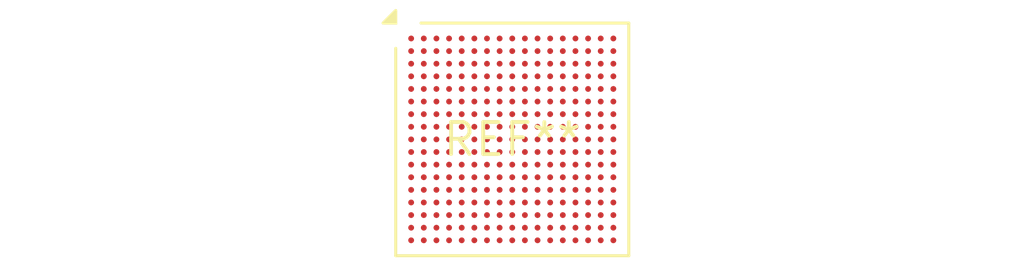
<source format=kicad_pcb>
(kicad_pcb (version 20240108) (generator pcbnew)
  (layers (0 "F.Cu" signal) (31 "B.Cu" signal) (34 "B.Paste" user) (35 "F.Paste" user) (36 "B.SilkS" user "B.Silkscreen") (37 "F.SilkS" user "F.Silkscreen") (38 "B.Mask" user) (39 "F.Mask" user) (44 "Edge.Cuts" user))
  (net 0 "")
  (footprint "TFBGA-289_9x9mm_Layout17x17_P0.5mm" (layer "F.Cu") (at 0 0)
    (property "Reference" "REF**")
    (property "Value" "TFBGA-289_9x9mm_Layout17x17_P0.5mm")
    (fp_line (start -4.61 4.61) (end -4.61 -3.61) (layer "F.SilkS") (stroke (width 0.12)))
    (fp_line (start -3.61 -4.61) (end 4.61 -4.61) (layer "F.SilkS") (stroke (width 0.12)))
    (fp_line (start 4.61 -4.61) (end 4.61 4.61) (layer "F.SilkS") (stroke (width 0.12)))
    (fp_line (start 4.61 4.61) (end -4.61 4.61) (layer "F.SilkS") (stroke (width 0.12)))
    (fp_poly (pts (xy -4.61 -4.61) (xy -5.11 -4.61) (xy -4.61 -5.11) (xy -4.61 -4.61)) (layer "F.SilkS") (stroke (width 0.12)) (fill solid))
    (pad "A1" smd circle (at -4 -4) (size 0.23 0.23) (property pad_prop_bga) (layers "F.Cu" "F.Paste" "F.Mask"))
    (pad "A2" smd circle (at -3.5 -4) (size 0.23 0.23) (property pad_prop_bga) (layers "F.Cu" "F.Paste" "F.Mask"))
    (pad "A3" smd circle (at -3 -4) (size 0.23 0.23) (property pad_prop_bga) (layers "F.Cu" "F.Paste" "F.Mask"))
    (pad "A4" smd circle (at -2.5 -4) (size 0.23 0.23) (property pad_prop_bga) (layers "F.Cu" "F.Paste" "F.Mask"))
    (pad "A5" smd circle (at -2 -4) (size 0.23 0.23) (property pad_prop_bga) (layers "F.Cu" "F.Paste" "F.Mask"))
    (pad "A6" smd circle (at -1.5 -4) (size 0.23 0.23) (property pad_prop_bga) (layers "F.Cu" "F.Paste" "F.Mask"))
    (pad "A7" smd circle (at -1 -4) (size 0.23 0.23) (property pad_prop_bga) (layers "F.Cu" "F.Paste" "F.Mask"))
    (pad "A8" smd circle (at -0.5 -4) (size 0.23 0.23) (property pad_prop_bga) (layers "F.Cu" "F.Paste" "F.Mask"))
    (pad "A9" smd circle (at 0 -4) (size 0.23 0.23) (property pad_prop_bga) (layers "F.Cu" "F.Paste" "F.Mask"))
    (pad "A10" smd circle (at 0.5 -4) (size 0.23 0.23) (property pad_prop_bga) (layers "F.Cu" "F.Paste" "F.Mask"))
    (pad "A11" smd circle (at 1 -4) (size 0.23 0.23) (property pad_prop_bga) (layers "F.Cu" "F.Paste" "F.Mask"))
    (pad "A12" smd circle (at 1.5 -4) (size 0.23 0.23) (property pad_prop_bga) (layers "F.Cu" "F.Paste" "F.Mask"))
    (pad "A13" smd circle (at 2 -4) (size 0.23 0.23) (property pad_prop_bga) (layers "F.Cu" "F.Paste" "F.Mask"))
    (pad "A14" smd circle (at 2.5 -4) (size 0.23 0.23) (property pad_prop_bga) (layers "F.Cu" "F.Paste" "F.Mask"))
    (pad "A15" smd circle (at 3 -4) (size 0.23 0.23) (property pad_prop_bga) (layers "F.Cu" "F.Paste" "F.Mask"))
    (pad "A16" smd circle (at 3.5 -4) (size 0.23 0.23) (property pad_prop_bga) (layers "F.Cu" "F.Paste" "F.Mask"))
    (pad "A17" smd circle (at 4 -4) (size 0.23 0.23) (property pad_prop_bga) (layers "F.Cu" "F.Paste" "F.Mask"))
    (pad "B1" smd circle (at -4 -3.5) (size 0.23 0.23) (property pad_prop_bga) (layers "F.Cu" "F.Paste" "F.Mask"))
    (pad "B2" smd circle (at -3.5 -3.5) (size 0.23 0.23) (property pad_prop_bga) (layers "F.Cu" "F.Paste" "F.Mask"))
    (pad "B3" smd circle (at -3 -3.5) (size 0.23 0.23) (property pad_prop_bga) (layers "F.Cu" "F.Paste" "F.Mask"))
    (pad "B4" smd circle (at -2.5 -3.5) (size 0.23 0.23) (property pad_prop_bga) (layers "F.Cu" "F.Paste" "F.Mask"))
    (pad "B5" smd circle (at -2 -3.5) (size 0.23 0.23) (property pad_prop_bga) (layers "F.Cu" "F.Paste" "F.Mask"))
    (pad "B6" smd circle (at -1.5 -3.5) (size 0.23 0.23) (property pad_prop_bga) (layers "F.Cu" "F.Paste" "F.Mask"))
    (pad "B7" smd circle (at -1 -3.5) (size 0.23 0.23) (property pad_prop_bga) (layers "F.Cu" "F.Paste" "F.Mask"))
    (pad "B8" smd circle (at -0.5 -3.5) (size 0.23 0.23) (property pad_prop_bga) (layers "F.Cu" "F.Paste" "F.Mask"))
    (pad "B9" smd circle (at 0 -3.5) (size 0.23 0.23) (property pad_prop_bga) (layers "F.Cu" "F.Paste" "F.Mask"))
    (pad "B10" smd circle (at 0.5 -3.5) (size 0.23 0.23) (property pad_prop_bga) (layers "F.Cu" "F.Paste" "F.Mask"))
    (pad "B11" smd circle (at 1 -3.5) (size 0.23 0.23) (property pad_prop_bga) (layers "F.Cu" "F.Paste" "F.Mask"))
    (pad "B12" smd circle (at 1.5 -3.5) (size 0.23 0.23) (property pad_prop_bga) (layers "F.Cu" "F.Paste" "F.Mask"))
    (pad "B13" smd circle (at 2 -3.5) (size 0.23 0.23) (property pad_prop_bga) (layers "F.Cu" "F.Paste" "F.Mask"))
    (pad "B14" smd circle (at 2.5 -3.5) (size 0.23 0.23) (property pad_prop_bga) (layers "F.Cu" "F.Paste" "F.Mask"))
    (pad "B15" smd circle (at 3 -3.5) (size 0.23 0.23) (property pad_prop_bga) (layers "F.Cu" "F.Paste" "F.Mask"))
    (pad "B16" smd circle (at 3.5 -3.5) (size 0.23 0.23) (property pad_prop_bga) (layers "F.Cu" "F.Paste" "F.Mask"))
    (pad "B17" smd circle (at 4 -3.5) (size 0.23 0.23) (property pad_prop_bga) (layers "F.Cu" "F.Paste" "F.Mask"))
    (pad "C1" smd circle (at -4 -3) (size 0.23 0.23) (property pad_prop_bga) (layers "F.Cu" "F.Paste" "F.Mask"))
    (pad "C2" smd circle (at -3.5 -3) (size 0.23 0.23) (property pad_prop_bga) (layers "F.Cu" "F.Paste" "F.Mask"))
    (pad "C3" smd circle (at -3 -3) (size 0.23 0.23) (property pad_prop_bga) (layers "F.Cu" "F.Paste" "F.Mask"))
    (pad "C4" smd circle (at -2.5 -3) (size 0.23 0.23) (property pad_prop_bga) (layers "F.Cu" "F.Paste" "F.Mask"))
    (pad "C5" smd circle (at -2 -3) (size 0.23 0.23) (property pad_prop_bga) (layers "F.Cu" "F.Paste" "F.Mask"))
    (pad "C6" smd circle (at -1.5 -3) (size 0.23 0.23) (property pad_prop_bga) (layers "F.Cu" "F.Paste" "F.Mask"))
    (pad "C7" smd circle (at -1 -3) (size 0.23 0.23) (property pad_prop_bga) (layers "F.Cu" "F.Paste" "F.Mask"))
    (pad "C8" smd circle (at -0.5 -3) (size 0.23 0.23) (property pad_prop_bga) (layers "F.Cu" "F.Paste" "F.Mask"))
    (pad "C9" smd circle (at 0 -3) (size 0.23 0.23) (property pad_prop_bga) (layers "F.Cu" "F.Paste" "F.Mask"))
    (pad "C10" smd circle (at 0.5 -3) (size 0.23 0.23) (property pad_prop_bga) (layers "F.Cu" "F.Paste" "F.Mask"))
    (pad "C11" smd circle (at 1 -3) (size 0.23 0.23) (property pad_prop_bga) (layers "F.Cu" "F.Paste" "F.Mask"))
    (pad "C12" smd circle (at 1.5 -3) (size 0.23 0.23) (property pad_prop_bga) (layers "F.Cu" "F.Paste" "F.Mask"))
    (pad "C13" smd circle (at 2 -3) (size 0.23 0.23) (property pad_prop_bga) (layers "F.Cu" "F.Paste" "F.Mask"))
    (pad "C14" smd circle (at 2.5 -3) (size 0.23 0.23) (property pad_prop_bga) (layers "F.Cu" "F.Paste" "F.Mask"))
    (pad "C15" smd circle (at 3 -3) (size 0.23 0.23) (property pad_prop_bga) (layers "F.Cu" "F.Paste" "F.Mask"))
    (pad "C16" smd circle (at 3.5 -3) (size 0.23 0.23) (property pad_prop_bga) (layers "F.Cu" "F.Paste" "F.Mask"))
    (pad "C17" smd circle (at 4 -3) (size 0.23 0.23) (property pad_prop_bga) (layers "F.Cu" "F.Paste" "F.Mask"))
    (pad "D1" smd circle (at -4 -2.5) (size 0.23 0.23) (property pad_prop_bga) (layers "F.Cu" "F.Paste" "F.Mask"))
    (pad "D2" smd circle (at -3.5 -2.5) (size 0.23 0.23) (property pad_prop_bga) (layers "F.Cu" "F.Paste" "F.Mask"))
    (pad "D3" smd circle (at -3 -2.5) (size 0.23 0.23) (property pad_prop_bga) (layers "F.Cu" "F.Paste" "F.Mask"))
    (pad "D4" smd circle (at -2.5 -2.5) (size 0.23 0.23) (property pad_prop_bga) (layers "F.Cu" "F.Paste" "F.Mask"))
    (pad "D5" smd circle (at -2 -2.5) (size 0.23 0.23) (property pad_prop_bga) (layers "F.Cu" "F.Paste" "F.Mask"))
    (pad "D6" smd circle (at -1.5 -2.5) (size 0.23 0.23) (property pad_prop_bga) (layers "F.Cu" "F.Paste" "F.Mask"))
    (pad "D7" smd circle (at -1 -2.5) (size 0.23 0.23) (property pad_prop_bga) (layers "F.Cu" "F.Paste" "F.Mask"))
    (pad "D8" smd circle (at -0.5 -2.5) (size 0.23 0.23) (property pad_prop_bga) (layers "F.Cu" "F.Paste" "F.Mask"))
    (pad "D9" smd circle (at 0 -2.5) (size 0.23 0.23) (property pad_prop_bga) (layers "F.Cu" "F.Paste" "F.Mask"))
    (pad "D10" smd circle (at 0.5 -2.5) (size 0.23 0.23) (property pad_prop_bga) (layers "F.Cu" "F.Paste" "F.Mask"))
    (pad "D11" smd circle (at 1 -2.5) (size 0.23 0.23) (property pad_prop_bga) (layers "F.Cu" "F.Paste" "F.Mask"))
    (pad "D12" smd circle (at 1.5 -2.5) (size 0.23 0.23) (property pad_prop_bga) (layers "F.Cu" "F.Paste" "F.Mask"))
    (pad "D13" smd circle (at 2 -2.5) (size 0.23 0.23) (property pad_prop_bga) (layers "F.Cu" "F.Paste" "F.Mask"))
    (pad "D14" smd circle (at 2.5 -2.5) (size 0.23 0.23) (property pad_prop_bga) (layers "F.Cu" "F.Paste" "F.Mask"))
    (pad "D15" smd circle (at 3 -2.5) (size 0.23 0.23) (property pad_prop_bga) (layers "F.Cu" "F.Paste" "F.Mask"))
    (pad "D16" smd circle (at 3.5 -2.5) (size 0.23 0.23) (property pad_prop_bga) (layers "F.Cu" "F.Paste" "F.Mask"))
    (pad "D17" smd circle (at 4 -2.5) (size 0.23 0.23) (property pad_prop_bga) (layers "F.Cu" "F.Paste" "F.Mask"))
    (pad "E1" smd circle (at -4 -2) (size 0.23 0.23) (property pad_prop_bga) (layers "F.Cu" "F.Paste" "F.Mask"))
    (pad "E2" smd circle (at -3.5 -2) (size 0.23 0.23) (property pad_prop_bga) (layers "F.Cu" "F.Paste" "F.Mask"))
    (pad "E3" smd circle (at -3 -2) (size 0.23 0.23) (property pad_prop_bga) (layers "F.Cu" "F.Paste" "F.Mask"))
    (pad "E4" smd circle (at -2.5 -2) (size 0.23 0.23) (property pad_prop_bga) (layers "F.Cu" "F.Paste" "F.Mask"))
    (pad "E5" smd circle (at -2 -2) (size 0.23 0.23) (property pad_prop_bga) (layers "F.Cu" "F.Paste" "F.Mask"))
    (pad "E6" smd circle (at -1.5 -2) (size 0.23 0.23) (property pad_prop_bga) (layers "F.Cu" "F.Paste" "F.Mask"))
    (pad "E7" smd circle (at -1 -2) (size 0.23 0.23) (property pad_prop_bga) (layers "F.Cu" "F.Paste" "F.Mask"))
    (pad "E8" smd circle (at -0.5 -2) (size 0.23 0.23) (property pad_prop_bga) (layers "F.Cu" "F.Paste" "F.Mask"))
    (pad "E9" smd circle (at 0 -2) (size 0.23 0.23) (property pad_prop_bga) (layers "F.Cu" "F.Paste" "F.Mask"))
    (pad "E10" smd circle (at 0.5 -2) (size 0.23 0.23) (property pad_prop_bga) (layers "F.Cu" "F.Paste" "F.Mask"))
    (pad "E11" smd circle (at 1 -2) (size 0.23 0.23) (property pad_prop_bga) (layers "F.Cu" "F.Paste" "F.Mask"))
    (pad "E12" smd circle (at 1.5 -2) (size 0.23 0.23) (property pad_prop_bga) (layers "F.Cu" "F.Paste" "F.Mask"))
    (pad "E13" smd circle (at 2 -2) (size 0.23 0.23) (property pad_prop_bga) (layers "F.Cu" "F.Paste" "F.Mask"))
    (pad "E14" smd circle (at 2.5 -2) (size 0.23 0.23) (property pad_prop_bga) (layers "F.Cu" "F.Paste" "F.Mask"))
    (pad "E15" smd circle (at 3 -2) (size 0.23 0.23) (property pad_prop_bga) (layers "F.Cu" "F.Paste" "F.Mask"))
    (pad "E16" smd circle (at 3.5 -2) (size 0.23 0.23) (property pad_prop_bga) (layers "F.Cu" "F.Paste" "F.Mask"))
    (pad "E17" smd circle (at 4 -2) (size 0.23 0.23) (property pad_prop_bga) (layers "F.Cu" "F.Paste" "F.Mask"))
    (pad "F1" smd circle (at -4 -1.5) (size 0.23 0.23) (property pad_prop_bga) (layers "F.Cu" "F.Paste" "F.Mask"))
    (pad "F2" smd circle (at -3.5 -1.5) (size 0.23 0.23) (property pad_prop_bga) (layers "F.Cu" "F.Paste" "F.Mask"))
    (pad "F3" smd circle (at -3 -1.5) (size 0.23 0.23) (property pad_prop_bga) (layers "F.Cu" "F.Paste" "F.Mask"))
    (pad "F4" smd circle (at -2.5 -1.5) (size 0.23 0.23) (property pad_prop_bga) (layers "F.Cu" "F.Paste" "F.Mask"))
    (pad "F5" smd circle (at -2 -1.5) (size 0.23 0.23) (property pad_prop_bga) (layers "F.Cu" "F.Paste" "F.Mask"))
    (pad "F6" smd circle (at -1.5 -1.5) (size 0.23 0.23) (property pad_prop_bga) (layers "F.Cu" "F.Paste" "F.Mask"))
    (pad "F7" smd circle (at -1 -1.5) (size 0.23 0.23) (property pad_prop_bga) (layers "F.Cu" "F.Paste" "F.Mask"))
    (pad "F8" smd circle (at -0.5 -1.5) (size 0.23 0.23) (property pad_prop_bga) (layers "F.Cu" "F.Paste" "F.Mask"))
    (pad "F9" smd circle (at 0 -1.5) (size 0.23 0.23) (property pad_prop_bga) (layers "F.Cu" "F.Paste" "F.Mask"))
    (pad "F10" smd circle (at 0.5 -1.5) (size 0.23 0.23) (property pad_prop_bga) (layers "F.Cu" "F.Paste" "F.Mask"))
    (pad "F11" smd circle (at 1 -1.5) (size 0.23 0.23) (property pad_prop_bga) (layers "F.Cu" "F.Paste" "F.Mask"))
    (pad "F12" smd circle (at 1.5 -1.5) (size 0.23 0.23) (property pad_prop_bga) (layers "F.Cu" "F.Paste" "F.Mask"))
    (pad "F13" smd circle (at 2 -1.5) (size 0.23 0.23) (property pad_prop_bga) (layers "F.Cu" "F.Paste" "F.Mask"))
    (pad "F14" smd circle (at 2.5 -1.5) (size 0.23 0.23) (property pad_prop_bga) (layers "F.Cu" "F.Paste" "F.Mask"))
    (pad "F15" smd circle (at 3 -1.5) (size 0.23 0.23) (property pad_prop_bga) (layers "F.Cu" "F.Paste" "F.Mask"))
    (pad "F16" smd circle (at 3.5 -1.5) (size 0.23 0.23) (property pad_prop_bga) (layers "F.Cu" "F.Paste" "F.Mask"))
    (pad "F17" smd circle (at 4 -1.5) (size 0.23 0.23) (property pad_prop_bga) (layers "F.Cu" "F.Paste" "F.Mask"))
    (pad "G1" smd circle (at -4 -1) (size 0.23 0.23) (property pad_prop_bga) (layers "F.Cu" "F.Paste" "F.Mask"))
    (pad "G2" smd circle (at -3.5 -1) (size 0.23 0.23) (property pad_prop_bga) (layers "F.Cu" "F.Paste" "F.Mask"))
    (pad "G3" smd circle (at -3 -1) (size 0.23 0.23) (property pad_prop_bga) (layers "F.Cu" "F.Paste" "F.Mask"))
    (pad "G4" smd circle (at -2.5 -1) (size 0.23 0.23) (property pad_prop_bga) (layers "F.Cu" "F.Paste" "F.Mask"))
    (pad "G5" smd circle (at -2 -1) (size 0.23 0.23) (property pad_prop_bga) (layers "F.Cu" "F.Paste" "F.Mask"))
    (pad "G6" smd circle (at -1.5 -1) (size 0.23 0.23) (property pad_prop_bga) (layers "F.Cu" "F.Paste" "F.Mask"))
    (pad "G7" smd circle (at -1 -1) (size 0.23 0.23) (property pad_prop_bga) (layers "F.Cu" "F.Paste" "F.Mask"))
    (pad "G8" smd circle (at -0.5 -1) (size 0.23 0.23) (property pad_prop_bga) (layers "F.Cu" "F.Paste" "F.Mask"))
    (pad "G9" smd circle (at 0 -1) (size 0.23 0.23) (property pad_prop_bga) (layers "F.Cu" "F.Paste" "F.Mask"))
    (pad "G10" smd circle (at 0.5 -1) (size 0.23 0.23) (property pad_prop_bga) (layers "F.Cu" "F.Paste" "F.Mask"))
    (pad "G11" smd circle (at 1 -1) (size 0.23 0.23) (property pad_prop_bga) (layers "F.Cu" "F.Paste" "F.Mask"))
    (pad "G12" smd circle (at 1.5 -1) (size 0.23 0.23) (property pad_prop_bga) (layers "F.Cu" "F.Paste" "F.Mask"))
    (pad "G13" smd circle (at 2 -1) (size 0.23 0.23) (property pad_prop_bga) (layers "F.Cu" "F.Paste" "F.Mask"))
    (pad "G14" smd circle (at 2.5 -1) (size 0.23 0.23) (property pad_prop_bga) (layers "F.Cu" "F.Paste" "F.Mask"))
    (pad "G15" smd circle (at 3 -1) (size 0.23 0.23) (property pad_prop_bga) (layers "F.Cu" "F.Paste" "F.Mask"))
    (pad "G16" smd circle (at 3.5 -1) (size 0.23 0.23) (property pad_prop_bga) (layers "F.Cu" "F.Paste" "F.Mask"))
    (pad "G17" smd circle (at 4 -1) (size 0.23 0.23) (property pad_prop_bga) (layers "F.Cu" "F.Paste" "F.Mask"))
    (pad "H1" smd circle (at -4 -0.5) (size 0.23 0.23) (property pad_prop_bga) (layers "F.Cu" "F.Paste" "F.Mask"))
    (pad "H2" smd circle (at -3.5 -0.5) (size 0.23 0.23) (property pad_prop_bga) (layers "F.Cu" "F.Paste" "F.Mask"))
    (pad "H3" smd circle (at -3 -0.5) (size 0.23 0.23) (property pad_prop_bga) (layers "F.Cu" "F.Paste" "F.Mask"))
    (pad "H4" smd circle (at -2.5 -0.5) (size 0.23 0.23) (property pad_prop_bga) (layers "F.Cu" "F.Paste" "F.Mask"))
    (pad "H5" smd circle (at -2 -0.5) (size 0.23 0.23) (property pad_prop_bga) (layers "F.Cu" "F.Paste" "F.Mask"))
    (pad "H6" smd circle (at -1.5 -0.5) (size 0.23 0.23) (property pad_prop_bga) (layers "F.Cu" "F.Paste" "F.Mask"))
    (pad "H7" smd circle (at -1 -0.5) (size 0.23 0.23) (property pad_prop_bga) (layers "F.Cu" "F.Paste" "F.Mask"))
    (pad "H8" smd circle (at -0.5 -0.5) (size 0.23 0.23) (property pad_prop_bga) (layers "F.Cu" "F.Paste" "F.Mask"))
    (pad "H9" smd circle (at 0 -0.5) (size 0.23 0.23) (property pad_prop_bga) (layers "F.Cu" "F.Paste" "F.Mask"))
    (pad "H10" smd circle (at 0.5 -0.5) (size 0.23 0.23) (property pad_prop_bga) (layers "F.Cu" "F.Paste" "F.Mask"))
    (pad "H11" smd circle (at 1 -0.5) (size 0.23 0.23) (property pad_prop_bga) (layers "F.Cu" "F.Paste" "F.Mask"))
    (pad "H12" smd circle (at 1.5 -0.5) (size 0.23 0.23) (property pad_prop_bga) (layers "F.Cu" "F.Paste" "F.Mask"))
    (pad "H13" smd circle (at 2 -0.5) (size 0.23 0.23) (property pad_prop_bga) (layers "F.Cu" "F.Paste" "F.Mask"))
    (pad "H14" smd circle (at 2.5 -0.5) (size 0.23 0.23) (property pad_prop_bga) (layers "F.Cu" "F.Paste" "F.Mask"))
    (pad "H15" smd circle (at 3 -0.5) (size 0.23 0.23) (property pad_prop_bga) (layers "F.Cu" "F.Paste" "F.Mask"))
    (pad "H16" smd circle (at 3.5 -0.5) (size 0.23 0.23) (property pad_prop_bga) (layers "F.Cu" "F.Paste" "F.Mask"))
    (pad "H17" smd circle (at 4 -0.5) (size 0.23 0.23) (property pad_prop_bga) (layers "F.Cu" "F.Paste" "F.Mask"))
    (pad "J1" smd circle (at -4 0) (size 0.23 0.23) (property pad_prop_bga) (layers "F.Cu" "F.Paste" "F.Mask"))
    (pad "J2" smd circle (at -3.5 0) (size 0.23 0.23) (property pad_prop_bga) (layers "F.Cu" "F.Paste" "F.Mask"))
    (pad "J3" smd circle (at -3 0) (size 0.23 0.23) (property pad_prop_bga) (layers "F.Cu" "F.Paste" "F.Mask"))
    (pad "J4" smd circle (at -2.5 0) (size 0.23 0.23) (property pad_prop_bga) (layers "F.Cu" "F.Paste" "F.Mask"))
    (pad "J5" smd circle (at -2 0) (size 0.23 0.23) (property pad_prop_bga) (layers "F.Cu" "F.Paste" "F.Mask"))
    (pad "J6" smd circle (at -1.5 0) (size 0.23 0.23) (property pad_prop_bga) (layers "F.Cu" "F.Paste" "F.Mask"))
    (pad "J7" smd circle (at -1 0) (size 0.23 0.23) (property pad_prop_bga) (layers "F.Cu" "F.Paste" "F.Mask"))
    (pad "J8" smd circle (at -0.5 0) (size 0.23 0.23) (property pad_prop_bga) (layers "F.Cu" "F.Paste" "F.Mask"))
    (pad "J9" smd circle (at 0 0) (size 0.23 0.23) (property pad_prop_bga) (layers "F.Cu" "F.Paste" "F.Mask"))
    (pad "J10" smd circle (at 0.5 0) (size 0.23 0.23) (property pad_prop_bga) (layers "F.Cu" "F.Paste" "F.Mask"))
    (pad "J11" smd circle (at 1 0) (size 0.23 0.23) (property pad_prop_bga) (layers "F.Cu" "F.Paste" "F.Mask"))
    (pad "J12" smd circle (at 1.5 0) (size 0.23 0.23) (property pad_prop_bga) (layers "F.Cu" "F.Paste" "F.Mask"))
    (pad "J13" smd circle (at 2 0) (size 0.23 0.23) (property pad_prop_bga) (layers "F.Cu" "F.Paste" "F.Mask"))
    (pad "J14" smd circle (at 2.5 0) (size 0.23 0.23) (property pad_prop_bga) (layers "F.Cu" "F.Paste" "F.Mask"))
    (pad "J15" smd circle (at 3 0) (size 0.23 0.23) (property pad_prop_bga) (layers "F.Cu" "F.Paste" "F.Mask"))
    (pad "J16" smd circle (at 3.5 0) (size 0.23 0.23) (property pad_prop_bga) (layers "F.Cu" "F.Paste" "F.Mask"))
    (pad "J17" smd circle (at 4 0) (size 0.23 0.23) (property pad_prop_bga) (layers "F.Cu" "F.Paste" "F.Mask"))
    (pad "K1" smd circle (at -4 0.5) (size 0.23 0.23) (property pad_prop_bga) (layers "F.Cu" "F.Paste" "F.Mask"))
    (pad "K2" smd circle (at -3.5 0.5) (size 0.23 0.23) (property pad_prop_bga) (layers "F.Cu" "F.Paste" "F.Mask"))
    (pad "K3" smd circle (at -3 0.5) (size 0.23 0.23) (property pad_prop_bga) (layers "F.Cu" "F.Paste" "F.Mask"))
    (pad "K4" smd circle (at -2.5 0.5) (size 0.23 0.23) (property pad_prop_bga) (layers "F.Cu" "F.Paste" "F.Mask"))
    (pad "K5" smd circle (at -2 0.5) (size 0.23 0.23) (property pad_prop_bga) (layers "F.Cu" "F.Paste" "F.Mask"))
    (pad "K6" smd circle (at -1.5 0.5) (size 0.23 0.23) (property pad_prop_bga) (layers "F.Cu" "F.Paste" "F.Mask"))
    (pad "K7" smd circle (at -1 0.5) (size 0.23 0.23) (property pad_prop_bga) (layers "F.Cu" "F.Paste" "F.Mask"))
    (pad "K8" smd circle (at -0.5 0.5) (size 0.23 0.23) (property pad_prop_bga) (layers "F.Cu" "F.Paste" "F.Mask"))
    (pad "K9" smd circle (at 0 0.5) (size 0.23 0.23) (property pad_prop_bga) (layers "F.Cu" "F.Paste" "F.Mask"))
    (pad "K10" smd circle (at 0.5 0.5) (size 0.23 0.23) (property pad_prop_bga) (layers "F.Cu" "F.Paste" "F.Mask"))
    (pad "K11" smd circle (at 1 0.5) (size 0.23 0.23) (property pad_prop_bga) (layers "F.Cu" "F.Paste" "F.Mask"))
    (pad "K12" smd circle (at 1.5 0.5) (size 0.23 0.23) (property pad_prop_bga) (layers "F.Cu" "F.Paste" "F.Mask"))
    (pad "K13" smd circle (at 2 0.5) (size 0.23 0.23) (property pad_prop_bga) (layers "F.Cu" "F.Paste" "F.Mask"))
    (pad "K14" smd circle (at 2.5 0.5) (size 0.23 0.23) (property pad_prop_bga) (layers "F.Cu" "F.Paste" "F.Mask"))
    (pad "K15" smd circle (at 3 0.5) (size 0.23 0.23) (property pad_prop_bga) (layers "F.Cu" "F.Paste" "F.Mask"))
    (pad "K16" smd circle (at 3.5 0.5) (size 0.23 0.23) (property pad_prop_bga) (layers "F.Cu" "F.Paste" "F.Mask"))
    (pad "K17" smd circle (at 4 0.5) (size 0.23 0.23) (property pad_prop_bga) (layers "F.Cu" "F.Paste" "F.Mask"))
    (pad "L1" smd circle (at -4 1) (size 0.23 0.23) (property pad_prop_bga) (layers "F.Cu" "F.Paste" "F.Mask"))
    (pad "L2" smd circle (at -3.5 1) (size 0.23 0.23) (property pad_prop_bga) (layers "F.Cu" "F.Paste" "F.Mask"))
    (pad "L3" smd circle (at -3 1) (size 0.23 0.23) (property pad_prop_bga) (layers "F.Cu" "F.Paste" "F.Mask"))
    (pad "L4" smd circle (at -2.5 1) (size 0.23 0.23) (property pad_prop_bga) (layers "F.Cu" "F.Paste" "F.Mask"))
    (pad "L5" smd circle (at -2 1) (size 0.23 0.23) (property pad_prop_bga) (layers "F.Cu" "F.Paste" "F.Mask"))
    (pad "L6" smd circle (at -1.5 1) (size 0.23 0.23) (property pad_prop_bga) (layers "F.Cu" "F.Paste" "F.Mask"))
    (pad "L7" smd circle (at -1 1) (size 0.23 0.23) (property pad_prop_bga) (layers "F.Cu" "F.Paste" "F.Mask"))
    (pad "L8" smd circle (at -0.5 1) (size 0.23 0.23) (property pad_prop_bga) (layers "F.Cu" "F.Paste" "F.Mask"))
    (pad "L9" smd circle (at 0 1) (size 0.23 0.23) (property pad_prop_bga) (layers "F.Cu" "F.Paste" "F.Mask"))
    (pad "L10" smd circle (at 0.5 1) (size 0.23 0.23) (property pad_prop_bga) (layers "F.Cu" "F.Paste" "F.Mask"))
    (pad "L11" smd circle (at 1 1) (size 0.23 0.23) (property pad_prop_bga) (layers "F.Cu" "F.Paste" "F.Mask"))
    (pad "L12" smd circle (at 1.5 1) (size 0.23 0.23) (property pad_prop_bga) (layers "F.Cu" "F.Paste" "F.Mask"))
    (pad "L13" smd circle (at 2 1) (size 0.23 0.23) (property pad_prop_bga) (layers "F.Cu" "F.Paste" "F.Mask"))
    (pad "L14" smd circle (at 2.5 1) (size 0.23 0.23) (property pad_prop_bga) (layers "F.Cu" "F.Paste" "F.Mask"))
    (pad "L15" smd circle (at 3 1) (size 0.23 0.23) (property pad_prop_bga) (layers "F.Cu" "F.Paste" "F.Mask"))
    (pad "L16" smd circle (at 3.5 1) (size 0.23 0.23) (property pad_prop_bga) (layers "F.Cu" "F.Paste" "F.Mask"))
    (pad "L17" smd circle (at 4 1) (size 0.23 0.23) (property pad_prop_bga) (layers "F.Cu" "F.Paste" "F.Mask"))
    (pad "M1" smd circle (at -4 1.5) (size 0.23 0.23) (property pad_prop_bga) (layers "F.Cu" "F.Paste" "F.Mask"))
    (pad "M2" smd circle (at -3.5 1.5) (size 0.23 0.23) (property pad_prop_bga) (layers "F.Cu" "F.Paste" "F.Mask"))
    (pad "M3" smd circle (at -3 1.5) (size 0.23 0.23) (property pad_prop_bga) (layers "F.Cu" "F.Paste" "F.Mask"))
    (pad "M4" smd circle (at -2.5 1.5) (size 0.23 0.23) (property pad_prop_bga) (layers "F.Cu" "F.Paste" "F.Mask"))
    (pad "M5" smd circle (at -2 1.5) (size 0.23 0.23) (property pad_prop_bga) (layers "F.Cu" "F.Paste" "F.Mask"))
    (pad "M6" smd circle (at -1.5 1.5) (size 0.23 0.23) (property pad_prop_bga) (layers "F.Cu" "F.Paste" "F.Mask"))
    (pad "M7" smd circle (at -1 1.5) (size 0.23 0.23) (property pad_prop_bga) (layers "F.Cu" "F.Paste" "F.Mask"))
    (pad "M8" smd circle (at -0.5 1.5) (size 0.23 0.23) (property pad_prop_bga) (layers "F.Cu" "F.Paste" "F.Mask"))
    (pad "M9" smd circle (at 0 1.5) (size 0.23 0.23) (property pad_prop_bga) (layers "F.Cu" "F.Paste" "F.Mask"))
    (pad "M10" smd circle (at 0.5 1.5) (size 0.23 0.23) (property pad_prop_bga) (layers "F.Cu" "F.Paste" "F.Mask"))
    (pad "M11" smd circle (at 1 1.5) (size 0.23 0.23) (property pad_prop_bga) (layers "F.Cu" "F.Paste" "F.Mask"))
    (pad "M12" smd circle (at 1.5 1.5) (size 0.23 0.23) (property pad_prop_bga) (layers "F.Cu" "F.Paste" "F.Mask"))
    (pad "M13" smd circle (at 2 1.5) (size 0.23 0.23) (property pad_prop_bga) (layers "F.Cu" "F.Paste" "F.Mask"))
    (pad "M14" smd circle (at 2.5 1.5) (size 0.23 0.23) (property pad_prop_bga) (layers "F.Cu" "F.Paste" "F.Mask"))
    (pad "M15" smd circle (at 3 1.5) (size 0.23 0.23) (property pad_prop_bga) (layers "F.Cu" "F.Paste" "F.Mask"))
    (pad "M16" smd circle (at 3.5 1.5) (size 0.23 0.23) (property pad_prop_bga) (layers "F.Cu" "F.Paste" "F.Mask"))
    (pad "M17" smd circle (at 4 1.5) (size 0.23 0.23) (property pad_prop_bga) (layers "F.Cu" "F.Paste" "F.Mask"))
    (pad "N1" smd circle (at -4 2) (size 0.23 0.23) (property pad_prop_bga) (layers "F.Cu" "F.Paste" "F.Mask"))
    (pad "N2" smd circle (at -3.5 2) (size 0.23 0.23) (property pad_prop_bga) (layers "F.Cu" "F.Paste" "F.Mask"))
    (pad "N3" smd circle (at -3 2) (size 0.23 0.23) (property pad_prop_bga) (layers "F.Cu" "F.Paste" "F.Mask"))
    (pad "N4" smd circle (at -2.5 2) (size 0.23 0.23) (property pad_prop_bga) (layers "F.Cu" "F.Paste" "F.Mask"))
    (pad "N5" smd circle (at -2 2) (size 0.23 0.23) (property pad_prop_bga) (layers "F.Cu" "F.Paste" "F.Mask"))
    (pad "N6" smd circle (at -1.5 2) (size 0.23 0.23) (property pad_prop_bga) (layers "F.Cu" "F.Paste" "F.Mask"))
    (pad "N7" smd circle (at -1 2) (size 0.23 0.23) (property pad_prop_bga) (layers "F.Cu" "F.Paste" "F.Mask"))
    (pad "N8" smd circle (at -0.5 2) (size 0.23 0.23) (property pad_prop_bga) (layers "F.Cu" "F.Paste" "F.Mask"))
    (pad "N9" smd circle (at 0 2) (size 0.23 0.23) (property pad_prop_bga) (layers "F.Cu" "F.Paste" "F.Mask"))
    (pad "N10" smd circle (at 0.5 2) (size 0.23 0.23) (property pad_prop_bga) (layers "F.Cu" "F.Paste" "F.Mask"))
    (pad "N11" smd circle (at 1 2) (size 0.23 0.23) (property pad_prop_bga) (layers "F.Cu" "F.Paste" "F.Mask"))
    (pad "N12" smd circle (at 1.5 2) (size 0.23 0.23) (property pad_prop_bga) (layers "F.Cu" "F.Paste" "F.Mask"))
    (pad "N13" smd circle (at 2 2) (size 0.23 0.23) (property pad_prop_bga) (layers "F.Cu" "F.Paste" "F.Mask"))
    (pad "N14" smd circle (at 2.5 2) (size 0.23 0.23) (property pad_prop_bga) (layers "F.Cu" "F.Paste" "F.Mask"))
    (pad "N15" smd circle (at 3 2) (size 0.23 0.23) (property pad_prop_bga) (layers "F.Cu" "F.Paste" "F.Mask"))
    (pad "N16" smd circle (at 3.5 2) (size 0.23 0.23) (property pad_prop_bga) (layers "F.Cu" "F.Paste" "F.Mask"))
    (pad "N17" smd circle (at 4 2) (size 0.23 0.23) (property pad_prop_bga) (layers "F.Cu" "F.Paste" "F.Mask"))
    (pad "P1" smd circle (at -4 2.5) (size 0.23 0.23) (property pad_prop_bga) (layers "F.Cu" "F.Paste" "F.Mask"))
    (pad "P2" smd circle (at -3.5 2.5) (size 0.23 0.23) (property pad_prop_bga) (layers "F.Cu" "F.Paste" "F.Mask"))
    (pad "P3" smd circle (at -3 2.5) (size 0.23 0.23) (property pad_prop_bga) (layers "F.Cu" "F.Paste" "F.Mask"))
    (pad "P4" smd circle (at -2.5 2.5) (size 0.23 0.23) (property pad_prop_bga) (layers "F.Cu" "F.Paste" "F.Mask"))
    (pad "P5" smd circle (at -2 2.5) (size 0.23 0.23) (property pad_prop_bga) (layers "F.Cu" "F.Paste" "F.Mask"))
    (pad "P6" smd circle (at -1.5 2.5) (size 0.23 0.23) (property pad_prop_bga) (layers "F.Cu" "F.Paste" "F.Mask"))
    (pad "P7" smd circle (at -1 2.5) (size 0.23 0.23) (property pad_prop_bga) (layers "F.Cu" "F.Paste" "F.Mask"))
    (pad "P8" smd circle (at -0.5 2.5) (size 0.23 0.23) (property pad_prop_bga) (layers "F.Cu" "F.Paste" "F.Mask"))
    (pad "P9" smd circle (at 0 2.5) (size 0.23 0.23) (property pad_prop_bga) (layers "F.Cu" "F.Paste" "F.Mask"))
    (pad "P10" smd circle (at 0.5 2.5) (size 0.23 0.23) (property pad_prop_bga) (layers "F.Cu" "F.Paste" "F.Mask"))
    (pad "P11" smd circle (at 1 2.5) (size 0.23 0.23) (property pad_prop_bga) (layers "F.Cu" "F.Paste" "F.Mask"))
    (pad "P12" smd circle (at 1.5 2.5) (size 0.23 0.23) (property pad_prop_bga) (layers "F.Cu" "F.Paste" "F.Mask"))
    (pad "P13" smd circle (at 2 2.5) (size 0.23 0.23) (property pad_prop_bga) (layers "F.Cu" "F.Paste" "F.Mask"))
    (pad "P14" smd circle (at 2.5 2.5) (size 0.23 0.23) (property pad_prop_bga) (layers "F.Cu" "F.Paste" "F.Mask"))
    (pad "P15" smd circle (at 3 2.5) (size 0.23 0.23) (property pad_prop_bga) (layers "F.Cu" "F.Paste" "F.Mask"))
    (pad "P16" smd circle (at 3.5 2.5) (size 0.23 0.23) (property pad_prop_bga) (layers "F.Cu" "F.Paste" "F.Mask"))
    (pad "P17" smd circle (at 4 2.5) (size 0.23 0.23) (property pad_prop_bga) (layers "F.Cu" "F.Paste" "F.Mask"))
    (pad "R1" smd circle (at -4 3) (size 0.23 0.23) (property pad_prop_bga) (layers "F.Cu" "F.Paste" "F.Mask"))
    (pad "R2" smd circle (at -3.5 3) (size 0.23 0.23) (property pad_prop_bga) (layers "F.Cu" "F.Paste" "F.Mask"))
    (pad "R3" smd circle (at -3 3) (size 0.23 0.23) (property pad_prop_bga) (layers "F.Cu" "F.Paste" "F.Mask"))
    (pad "R4" smd circle (at -2.5 3) (size 0.23 0.23) (property pad_prop_bga) (layers "F.Cu" "F.Paste" "F.Mask"))
    (pad "R5" smd circle (at -2 3) (size 0.23 0.23) (property pad_prop_bga) (layers "F.Cu" "F.Paste" "F.Mask"))
    (pad "R6" smd circle (at -1.5 3) (size 0.23 0.23) (property pad_prop_bga) (layers "F.Cu" "F.Paste" "F.Mask"))
    (pad "R7" smd circle (at -1 3) (size 0.23 0.23) (property pad_prop_bga) (layers "F.Cu" "F.Paste" "F.Mask"))
    (pad "R8" smd circle (at -0.5 3) (size 0.23 0.23) (property pad_prop_bga) (layers "F.Cu" "F.Paste" "F.Mask"))
    (pad "R9" smd circle (at 0 3) (size 0.23 0.23) (property pad_prop_bga) (layers "F.Cu" "F.Paste" "F.Mask"))
    (pad "R10" smd circle (at 0.5 3) (size 0.23 0.23) (property pad_prop_bga) (layers "F.Cu" "F.Paste" "F.Mask"))
    (pad "R11" smd circle (at 1 3) (size 0.23 0.23) (property pad_prop_bga) (layers "F.Cu" "F.Paste" "F.Mask"))
    (pad "R12" smd circle (at 1.5 3) (size 0.23 0.23) (property pad_prop_bga) (layers "F.Cu" "F.Paste" "F.Mask"))
    (pad "R13" smd circle (at 2 3) (size 0.23 0.23) (property pad_prop_bga) (layers "F.Cu" "F.Paste" "F.Mask"))
    (pad "R14" smd circle (at 2.5 3) (size 0.23 0.23) (property pad_prop_bga) (layers "F.Cu" "F.Paste" "F.Mask"))
    (pad "R15" smd circle (at 3 3) (size 0.23 0.23) (property pad_prop_bga) (layers "F.Cu" "F.Paste" "F.Mask"))
    (pad "R16" smd circle (at 3.5 3) (size 0.23 0.23) (property pad_prop_bga) (layers "F.Cu" "F.Paste" "F.Mask"))
    (pad "R17" smd circle (at 4 3) (size 0.23 0.23) (property pad_prop_bga) (layers "F.Cu" "F.Paste" "F.Mask"))
    (pad "T1" smd circle (at -4 3.5) (size 0.23 0.23) (property pad_prop_bga) (layers "F.Cu" "F.Paste" "F.Mask"))
    (pad "T2" smd circle (at -3.5 3.5) (size 0.23 0.23) (property pad_prop_bga) (layers "F.Cu" "F.Paste" "F.Mask"))
    (pad "T3" smd circle (at -3 3.5) (size 0.23 0.23) (property pad_prop_bga) (layers "F.Cu" "F.Paste" "F.Mask"))
    (pad "T4" smd circle (at -2.5 3.5) (size 0.23 0.23) (property pad_prop_bga) (layers "F.Cu" "F.Paste" "F.Mask"))
    (pad "T5" smd circle (at -2 3.5) (size 0.23 0.23) (property pad_prop_bga) (layers "F.Cu" "F.Paste" "F.Mask"))
    (pad "T6" smd circle (at -1.5 3.5) (size 0.23 0.23) (property pad_prop_bga) (layers "F.Cu" "F.Paste" "F.Mask"))
    (pad "T7" smd circle (at -1 3.5) (size 0.23 0.23) (property pad_prop_bga) (layers "F.Cu" "F.Paste" "F.Mask"))
    (pad "T8" smd circle (at -0.5 3.5) (size 0.23 0.23) (property pad_prop_bga) (layers "F.Cu" "F.Paste" "F.Mask"))
    (pad "T9" smd circle (at 0 3.5) (size 0.23 0.23) (property pad_prop_bga) (layers "F.Cu" "F.Paste" "F.Mask"))
    (pad "T10" smd circle (at 0.5 3.5) (size 0.23 0.23) (property pad_prop_bga) (layers "F.Cu" "F.Paste" "F.Mask"))
    (pad "T11" smd circle (at 1 3.5) (size 0.23 0.23) (property pad_prop_bga) (layers "F.Cu" "F.Paste" "F.Mask"))
    (pad "T12" smd circle (at 1.5 3.5) (size 0.23 0.23) (property pad_prop_bga) (layers "F.Cu" "F.Paste" "F.Mask"))
    (pad "T13" smd circle (at 2 3.5) (size 0.23 0.23) (property pad_prop_bga) (layers "F.Cu" "F.Paste" "F.Mask"))
    (pad "T14" smd circle (at 2.5 3.5) (size 0.23 0.23) (property pad_prop_bga) (layers "F.Cu" "F.Paste" "F.Mask"))
    (pad "T15" smd circle (at 3 3.5) (size 0.23 0.23) (property pad_prop_bga) (layers "F.Cu" "F.Paste" "F.Mask"))
    (pad "T16" smd circle (at 3.5 3.5) (size 0.23 0.23) (property pad_prop_bga) (layers "F.Cu" "F.Paste" "F.Mask"))
    (pad "T17" smd circle (at 4 3.5) (size 0.23 0.23) (property pad_prop_bga) (layers "F.Cu" "F.Paste" "F.Mask"))
    (pad "U1" smd circle (at -4 4) (size 0.23 0.23) (property pad_prop_bga) (layers "F.Cu" "F.Paste" "F.Mask"))
    (pad "U2" smd circle (at -3.5 4) (size 0.23 0.23) (property pad_prop_bga) (layers "F.Cu" "F.Paste" "F.Mask"))
    (pad "U3" smd circle (at -3 4) (size 0.23 0.23) (property pad_prop_bga) (layers "F.Cu" "F.Paste" "F.Mask"))
    (pad "U4" smd circle (at -2.5 4) (size 0.23 0.23) (property pad_prop_bga) (layers "F.Cu" "F.Paste" "F.Mask"))
    (pad "U5" smd circle (at -2 4) (size 0.23 0.23) (property pad_prop_bga) (layers "F.Cu" "F.Paste" "F.Mask"))
    (pad "U6" smd circle (at -1.5 4) (size 0.23 0.23) (property pad_prop_bga) (layers "F.Cu" "F.Paste" "F.Mask"))
    (pad "U7" smd circle (at -1 4) (size 0.23 0.23) (property pad_prop_bga) (layers "F.Cu" "F.Paste" "F.Mask"))
    (pad "U8" smd circle (at -0.5 4) (size 0.23 0.23) (property pad_prop_bga) (layers "F.Cu" "F.Paste" "F.Mask"))
    (pad "U9" smd circle (at 0 4) (size 0.23 0.23) (property pad_prop_bga) (layers "F.Cu" "F.Paste" "F.Mask"))
    (pad "U10" smd circle (at 0.5 4) (size 0.23 0.23) (property pad_prop_bga) (layers "F.Cu" "F.Paste" "F.Mask"))
    (pad "U11" smd circle (at 1 4) (size 0.23 0.23) (property pad_prop_bga) (layers "F.Cu" "F.Paste" "F.Mask"))
    (pad "U12" smd circle (at 1.5 4) (size 0.23 0.23) (property pad_prop_bga) (layers "F.Cu" "F.Paste" "F.Mask"))
    (pad "U13" smd circle (at 2 4) (size 0.23 0.23) (property pad_prop_bga) (layers "F.Cu" "F.Paste" "F.Mask"))
    (pad "U14" smd circle (at 2.5 4) (size 0.23 0.23) (property pad_prop_bga) (layers "F.Cu" "F.Paste" "F.Mask"))
    (pad "U15" smd circle (at 3 4) (size 0.23 0.23) (property pad_prop_bga) (layers "F.Cu" "F.Paste" "F.Mask"))
    (pad "U16" smd circle (at 3.5 4) (size 0.23 0.23) (property pad_prop_bga) (layers "F.Cu" "F.Paste" "F.Mask"))
    (pad "U17" smd circle (at 4 4) (size 0.23 0.23) (property pad_prop_bga) (layers "F.Cu" "F.Paste" "F.Mask"))
  )
)
</source>
